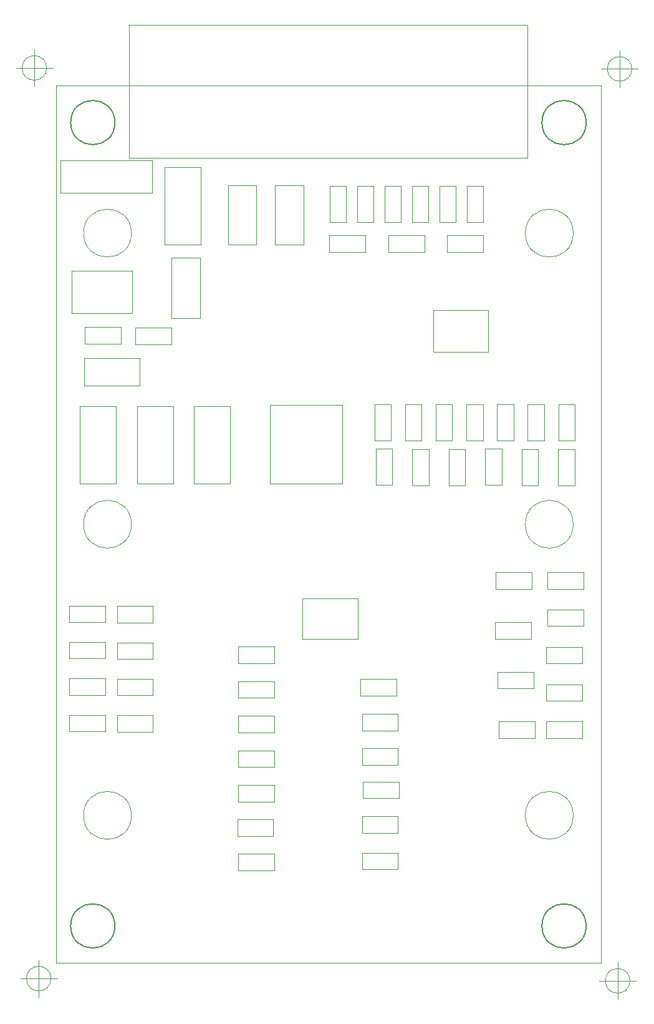
<source format=gbr>
G04 #@! TF.GenerationSoftware,KiCad,Pcbnew,(5.1.4)-1*
G04 #@! TF.CreationDate,2020-01-03T18:21:15+05:00*
G04 #@! TF.ProjectId,speeduino_ntv650,73706565-6475-4696-9e6f-5f6e74763635,rev?*
G04 #@! TF.SameCoordinates,Original*
G04 #@! TF.FileFunction,Other,User*
%FSLAX46Y46*%
G04 Gerber Fmt 4.6, Leading zero omitted, Abs format (unit mm)*
G04 Created by KiCad (PCBNEW (5.1.4)-1) date 2020-01-03 18:21:15*
%MOMM*%
%LPD*%
G04 APERTURE LIST*
%ADD10C,0.100000*%
%ADD11C,0.150000*%
%ADD12C,0.050000*%
G04 APERTURE END LIST*
D10*
X110806666Y-38620000D02*
G75*
G03X110806666Y-38620000I-1666666J0D01*
G01*
X106640000Y-38620000D02*
X111640000Y-38620000D01*
X109140000Y-36120000D02*
X109140000Y-41120000D01*
X190016666Y-162490000D02*
G75*
G03X190016666Y-162490000I-1666666J0D01*
G01*
X185850000Y-162490000D02*
X190850000Y-162490000D01*
X188350000Y-159990000D02*
X188350000Y-164990000D01*
D11*
X184070000Y-155040000D02*
G75*
G03X184070000Y-155040000I-3000000J0D01*
G01*
D10*
X190286666Y-38760000D02*
G75*
G03X190286666Y-38760000I-1666666J0D01*
G01*
X186120000Y-38760000D02*
X191120000Y-38760000D01*
X188620000Y-36260000D02*
X188620000Y-41260000D01*
X111396666Y-162190000D02*
G75*
G03X111396666Y-162190000I-1666666J0D01*
G01*
X107230000Y-162190000D02*
X112230000Y-162190000D01*
X109730000Y-159690000D02*
X109730000Y-164690000D01*
D11*
X120070000Y-155040000D02*
G75*
G03X120070000Y-155040000I-3000000J0D01*
G01*
X184070000Y-46040000D02*
G75*
G03X184070000Y-46040000I-3000000J0D01*
G01*
X120070000Y-46040000D02*
G75*
G03X120070000Y-46040000I-3000000J0D01*
G01*
D10*
X112070000Y-160040000D02*
X112070000Y-41040000D01*
X186070000Y-160040000D02*
X112070000Y-160040000D01*
X186070000Y-41040000D02*
X186070000Y-160040000D01*
X112070000Y-41040000D02*
X186070000Y-41040000D01*
D12*
X141840000Y-62590000D02*
X141840000Y-54590000D01*
X145680000Y-62590000D02*
X141840000Y-62590000D01*
X145680000Y-54590000D02*
X145680000Y-62590000D01*
X141840000Y-54590000D02*
X145680000Y-54590000D01*
X135440000Y-62560000D02*
X135440000Y-54560000D01*
X139280000Y-62560000D02*
X135440000Y-62560000D01*
X139280000Y-54560000D02*
X139280000Y-62560000D01*
X135440000Y-54560000D02*
X139280000Y-54560000D01*
X115900000Y-78020000D02*
X123400000Y-78020000D01*
X115900000Y-81720000D02*
X115900000Y-78020000D01*
X123400000Y-81720000D02*
X115900000Y-81720000D01*
X123400000Y-78020000D02*
X123400000Y-81720000D01*
X120880000Y-76020000D02*
X115980000Y-76020000D01*
X120880000Y-73780000D02*
X120880000Y-76020000D01*
X115980000Y-73780000D02*
X120880000Y-73780000D01*
X115980000Y-76020000D02*
X115980000Y-73780000D01*
X122830000Y-73880000D02*
X127730000Y-73880000D01*
X122830000Y-76120000D02*
X122830000Y-73880000D01*
X127730000Y-76120000D02*
X122830000Y-76120000D01*
X127730000Y-73880000D02*
X127730000Y-76120000D01*
X161732000Y-84310000D02*
X161732000Y-89210000D01*
X159492000Y-84310000D02*
X161732000Y-84310000D01*
X159492000Y-89210000D02*
X159492000Y-84310000D01*
X161732000Y-89210000D02*
X159492000Y-89210000D01*
X153625000Y-126310000D02*
X158525000Y-126310000D01*
X153625000Y-128550000D02*
X153625000Y-126310000D01*
X158525000Y-128550000D02*
X153625000Y-128550000D01*
X158525000Y-126310000D02*
X158525000Y-128550000D01*
X162698000Y-90360000D02*
X162698000Y-95260000D01*
X160458000Y-90360000D02*
X162698000Y-90360000D01*
X160458000Y-95260000D02*
X160458000Y-90360000D01*
X162698000Y-95260000D02*
X160458000Y-95260000D01*
X176910000Y-122810000D02*
X172010000Y-122810000D01*
X176910000Y-120570000D02*
X176910000Y-122810000D01*
X172010000Y-120570000D02*
X176910000Y-120570000D01*
X172010000Y-122810000D02*
X172010000Y-120570000D01*
X177078000Y-129550000D02*
X172178000Y-129550000D01*
X177078000Y-127310000D02*
X177078000Y-129550000D01*
X172178000Y-127310000D02*
X177078000Y-127310000D01*
X172178000Y-129550000D02*
X172178000Y-127310000D01*
X176138000Y-89210000D02*
X176138000Y-84310000D01*
X178378000Y-89210000D02*
X176138000Y-89210000D01*
X178378000Y-84310000D02*
X178378000Y-89210000D01*
X176138000Y-84310000D02*
X178378000Y-84310000D01*
X149192000Y-61360000D02*
X154092000Y-61360000D01*
X149192000Y-63600000D02*
X149192000Y-61360000D01*
X154092000Y-63600000D02*
X149192000Y-63600000D01*
X154092000Y-61360000D02*
X154092000Y-63600000D01*
X153625000Y-130960000D02*
X158525000Y-130960000D01*
X153625000Y-133200000D02*
X153625000Y-130960000D01*
X158525000Y-133200000D02*
X153625000Y-133200000D01*
X158525000Y-130960000D02*
X158525000Y-133200000D01*
X182510000Y-90360000D02*
X182510000Y-95260000D01*
X180270000Y-90360000D02*
X182510000Y-90360000D01*
X180270000Y-95260000D02*
X180270000Y-90360000D01*
X182510000Y-95260000D02*
X180270000Y-95260000D01*
X158525000Y-142430000D02*
X153625000Y-142430000D01*
X158525000Y-140190000D02*
X158525000Y-142430000D01*
X153625000Y-140190000D02*
X158525000Y-140190000D01*
X153625000Y-142430000D02*
X153625000Y-140190000D01*
X178618000Y-117185000D02*
X183518000Y-117185000D01*
X178618000Y-119425000D02*
X178618000Y-117185000D01*
X183518000Y-119425000D02*
X178618000Y-119425000D01*
X183518000Y-117185000D02*
X183518000Y-119425000D01*
X171977000Y-89210000D02*
X171977000Y-84310000D01*
X174217000Y-89210000D02*
X171977000Y-89210000D01*
X174217000Y-84310000D02*
X174217000Y-89210000D01*
X171977000Y-84310000D02*
X174217000Y-84310000D01*
X158525000Y-147350000D02*
X153625000Y-147350000D01*
X158525000Y-145110000D02*
X158525000Y-147350000D01*
X153625000Y-145110000D02*
X158525000Y-145110000D01*
X153625000Y-147350000D02*
X153625000Y-145110000D01*
X177572000Y-90360000D02*
X177572000Y-95260000D01*
X175332000Y-90360000D02*
X177572000Y-90360000D01*
X175332000Y-95260000D02*
X175332000Y-90360000D01*
X177572000Y-95260000D02*
X175332000Y-95260000D01*
X162106000Y-63600000D02*
X157206000Y-63600000D01*
X162106000Y-61360000D02*
X162106000Y-63600000D01*
X157206000Y-61360000D02*
X162106000Y-61360000D01*
X157206000Y-63600000D02*
X157206000Y-61360000D01*
X165220000Y-61360000D02*
X170120000Y-61360000D01*
X165220000Y-63600000D02*
X165220000Y-61360000D01*
X170120000Y-63600000D02*
X165220000Y-63600000D01*
X170120000Y-61360000D02*
X170120000Y-63600000D01*
X141600000Y-142843000D02*
X136700000Y-142843000D01*
X141600000Y-140603000D02*
X141600000Y-142843000D01*
X136700000Y-140603000D02*
X141600000Y-140603000D01*
X136700000Y-142843000D02*
X136700000Y-140603000D01*
X165396000Y-95260000D02*
X165396000Y-90360000D01*
X167636000Y-95260000D02*
X165396000Y-95260000D01*
X167636000Y-90360000D02*
X167636000Y-95260000D01*
X165396000Y-90360000D02*
X167636000Y-90360000D01*
X118800000Y-123710000D02*
X113900000Y-123710000D01*
X118800000Y-121470000D02*
X118800000Y-123710000D01*
X113900000Y-121470000D02*
X118800000Y-121470000D01*
X113900000Y-123710000D02*
X113900000Y-121470000D01*
X118800000Y-128650000D02*
X113900000Y-128650000D01*
X118800000Y-126410000D02*
X118800000Y-128650000D01*
X113900000Y-126410000D02*
X118800000Y-126410000D01*
X113900000Y-128650000D02*
X113900000Y-126410000D01*
X118800000Y-113830000D02*
X113900000Y-113830000D01*
X118800000Y-111590000D02*
X118800000Y-113830000D01*
X113900000Y-111590000D02*
X118800000Y-111590000D01*
X113900000Y-113830000D02*
X113900000Y-111590000D01*
X118800000Y-118770000D02*
X113900000Y-118770000D01*
X118800000Y-116530000D02*
X118800000Y-118770000D01*
X113900000Y-116530000D02*
X118800000Y-116530000D01*
X113900000Y-118770000D02*
X113900000Y-116530000D01*
X136800000Y-145270000D02*
X141700000Y-145270000D01*
X136800000Y-147510000D02*
X136800000Y-145270000D01*
X141700000Y-147510000D02*
X136800000Y-147510000D01*
X141700000Y-145270000D02*
X141700000Y-147510000D01*
X141700000Y-128783000D02*
X136800000Y-128783000D01*
X141700000Y-126543000D02*
X141700000Y-128783000D01*
X136800000Y-126543000D02*
X141700000Y-126543000D01*
X136800000Y-128783000D02*
X136800000Y-126543000D01*
X125250000Y-123760000D02*
X120350000Y-123760000D01*
X125250000Y-121520000D02*
X125250000Y-123760000D01*
X120350000Y-121520000D02*
X125250000Y-121520000D01*
X120350000Y-123760000D02*
X120350000Y-121520000D01*
X125250000Y-128700000D02*
X120350000Y-128700000D01*
X125250000Y-126460000D02*
X125250000Y-128700000D01*
X120350000Y-126460000D02*
X125250000Y-126460000D01*
X120350000Y-128700000D02*
X120350000Y-126460000D01*
X155490000Y-95160000D02*
X155490000Y-90260000D01*
X157730000Y-95160000D02*
X155490000Y-95160000D01*
X157730000Y-90260000D02*
X157730000Y-95160000D01*
X155490000Y-90260000D02*
X157730000Y-90260000D01*
X172604000Y-90260000D02*
X172604000Y-95160000D01*
X170364000Y-90260000D02*
X172604000Y-90260000D01*
X170364000Y-95160000D02*
X170364000Y-90260000D01*
X172604000Y-95160000D02*
X170364000Y-95160000D01*
X178618000Y-122248000D02*
X183518000Y-122248000D01*
X178618000Y-124488000D02*
X178618000Y-122248000D01*
X183518000Y-124488000D02*
X178618000Y-124488000D01*
X183518000Y-122248000D02*
X183518000Y-124488000D01*
X178618000Y-127310000D02*
X183518000Y-127310000D01*
X178618000Y-129550000D02*
X178618000Y-127310000D01*
X183518000Y-129550000D02*
X178618000Y-129550000D01*
X183518000Y-127310000D02*
X183518000Y-129550000D01*
X141700000Y-119390000D02*
X136800000Y-119390000D01*
X141700000Y-117150000D02*
X141700000Y-119390000D01*
X136800000Y-117150000D02*
X141700000Y-117150000D01*
X136800000Y-119390000D02*
X136800000Y-117150000D01*
X141700000Y-124087000D02*
X136800000Y-124087000D01*
X141700000Y-121847000D02*
X141700000Y-124087000D01*
X136800000Y-121847000D02*
X141700000Y-121847000D01*
X136800000Y-124087000D02*
X136800000Y-121847000D01*
X136800000Y-131240000D02*
X141700000Y-131240000D01*
X136800000Y-133480000D02*
X136800000Y-131240000D01*
X141700000Y-133480000D02*
X136800000Y-133480000D01*
X141700000Y-131240000D02*
X141700000Y-133480000D01*
X141700000Y-138177000D02*
X136800000Y-138177000D01*
X141700000Y-135937000D02*
X141700000Y-138177000D01*
X136800000Y-135937000D02*
X141700000Y-135937000D01*
X136800000Y-138177000D02*
X136800000Y-135937000D01*
X125250000Y-118820000D02*
X120350000Y-118820000D01*
X125250000Y-116580000D02*
X125250000Y-118820000D01*
X120350000Y-116580000D02*
X125250000Y-116580000D01*
X120350000Y-118820000D02*
X120350000Y-116580000D01*
X158350000Y-123800000D02*
X153450000Y-123800000D01*
X158350000Y-121560000D02*
X158350000Y-123800000D01*
X153450000Y-121560000D02*
X158350000Y-121560000D01*
X153450000Y-123800000D02*
X153450000Y-121560000D01*
X157570000Y-84310000D02*
X157570000Y-89210000D01*
X155330000Y-84310000D02*
X157570000Y-84310000D01*
X155330000Y-89210000D02*
X155330000Y-84310000D01*
X157570000Y-89210000D02*
X155330000Y-89210000D01*
X176632000Y-116070000D02*
X171732000Y-116070000D01*
X176632000Y-113830000D02*
X176632000Y-116070000D01*
X171732000Y-113830000D02*
X176632000Y-113830000D01*
X171732000Y-116070000D02*
X171732000Y-113830000D01*
X183710000Y-114362000D02*
X178810000Y-114362000D01*
X183710000Y-112122000D02*
X183710000Y-114362000D01*
X178810000Y-112122000D02*
X183710000Y-112122000D01*
X178810000Y-114362000D02*
X178810000Y-112122000D01*
X178810000Y-107060000D02*
X183710000Y-107060000D01*
X178810000Y-109300000D02*
X178810000Y-107060000D01*
X183710000Y-109300000D02*
X178810000Y-109300000D01*
X183710000Y-107060000D02*
X183710000Y-109300000D01*
X180300000Y-89210000D02*
X180300000Y-84310000D01*
X182540000Y-89210000D02*
X180300000Y-89210000D01*
X182540000Y-84310000D02*
X182540000Y-89210000D01*
X180300000Y-84310000D02*
X182540000Y-84310000D01*
X151480000Y-54682500D02*
X151480000Y-59582500D01*
X149240000Y-54682500D02*
X151480000Y-54682500D01*
X149240000Y-59582500D02*
X149240000Y-54682500D01*
X151480000Y-59582500D02*
X149240000Y-59582500D01*
X171810000Y-107090000D02*
X176710000Y-107090000D01*
X171810000Y-109330000D02*
X171810000Y-107090000D01*
X176710000Y-109330000D02*
X171810000Y-109330000D01*
X176710000Y-107090000D02*
X176710000Y-109330000D01*
X158625000Y-137740000D02*
X153725000Y-137740000D01*
X158625000Y-135500000D02*
X158625000Y-137740000D01*
X153725000Y-135500000D02*
X158625000Y-135500000D01*
X153725000Y-137740000D02*
X153725000Y-135500000D01*
X155208000Y-54682500D02*
X155208000Y-59582500D01*
X152968000Y-54682500D02*
X155208000Y-54682500D01*
X152968000Y-59582500D02*
X152968000Y-54682500D01*
X155208000Y-59582500D02*
X152968000Y-59582500D01*
X160424000Y-59582500D02*
X160424000Y-54682500D01*
X162664000Y-59582500D02*
X160424000Y-59582500D01*
X162664000Y-54682500D02*
X162664000Y-59582500D01*
X160424000Y-54682500D02*
X162664000Y-54682500D01*
X156696000Y-59582500D02*
X156696000Y-54682500D01*
X158936000Y-59582500D02*
X156696000Y-59582500D01*
X158936000Y-54682500D02*
X158936000Y-59582500D01*
X156696000Y-54682500D02*
X158936000Y-54682500D01*
X164152000Y-59582500D02*
X164152000Y-54682500D01*
X166392000Y-59582500D02*
X164152000Y-59582500D01*
X166392000Y-54682500D02*
X166392000Y-59582500D01*
X164152000Y-54682500D02*
X166392000Y-54682500D01*
X167880000Y-59582500D02*
X167880000Y-54682500D01*
X170120000Y-59582500D02*
X167880000Y-59582500D01*
X170120000Y-54682500D02*
X170120000Y-59582500D01*
X167880000Y-54682500D02*
X170120000Y-54682500D01*
X163653000Y-89210000D02*
X163653000Y-84310000D01*
X165893000Y-89210000D02*
X163653000Y-89210000D01*
X165893000Y-84310000D02*
X165893000Y-89210000D01*
X163653000Y-84310000D02*
X165893000Y-84310000D01*
X167815000Y-89210000D02*
X167815000Y-84310000D01*
X170055000Y-89210000D02*
X167815000Y-89210000D01*
X170055000Y-84310000D02*
X170055000Y-89210000D01*
X167815000Y-84310000D02*
X170055000Y-84310000D01*
X125250000Y-113880000D02*
X120350000Y-113880000D01*
X125250000Y-111640000D02*
X125250000Y-113880000D01*
X120350000Y-111640000D02*
X125250000Y-111640000D01*
X120350000Y-113880000D02*
X120350000Y-111640000D01*
X122410000Y-66170000D02*
X114190000Y-66170000D01*
X122410000Y-71890000D02*
X122410000Y-66170000D01*
X114190000Y-71890000D02*
X122410000Y-71890000D01*
X114190000Y-66170000D02*
X114190000Y-71890000D01*
X125160000Y-51170000D02*
X112660000Y-51170000D01*
X125160000Y-55570000D02*
X112660000Y-55570000D01*
X112660000Y-55570000D02*
X112660000Y-51170000D01*
X125160000Y-55570000D02*
X125160000Y-51170000D01*
X182320000Y-100540000D02*
G75*
G03X182320000Y-100540000I-3250000J0D01*
G01*
X122320000Y-100540000D02*
G75*
G03X122320000Y-100540000I-3250000J0D01*
G01*
X182320000Y-140040000D02*
G75*
G03X182320000Y-140040000I-3250000J0D01*
G01*
X182320000Y-61040000D02*
G75*
G03X182320000Y-61040000I-3250000J0D01*
G01*
X122320000Y-61040000D02*
G75*
G03X122320000Y-61040000I-3250000J0D01*
G01*
X122320000Y-140040000D02*
G75*
G03X122320000Y-140040000I-3250000J0D01*
G01*
X121970000Y-50860000D02*
X176120000Y-50860000D01*
X121970000Y-32760000D02*
X121970000Y-50860000D01*
X176120000Y-32760000D02*
X121970000Y-32760000D01*
X176120000Y-50860000D02*
X176120000Y-32760000D01*
X150940000Y-95060000D02*
X150940000Y-84360000D01*
X150940000Y-84360000D02*
X141140000Y-84360000D01*
X141140000Y-84360000D02*
X141140000Y-95060000D01*
X141140000Y-95060000D02*
X150940000Y-95060000D01*
X163340000Y-71510000D02*
X163340000Y-77160000D01*
X170740000Y-71510000D02*
X170740000Y-77160000D01*
X163340000Y-71510000D02*
X170740000Y-71510000D01*
X163340000Y-77160000D02*
X170740000Y-77160000D01*
X131640000Y-64410000D02*
X127740000Y-64410000D01*
X127740000Y-64410000D02*
X127740000Y-72610000D01*
X127740000Y-72610000D02*
X131640000Y-72610000D01*
X131640000Y-72610000D02*
X131640000Y-64410000D01*
X131710000Y-62630000D02*
X131710000Y-52130000D01*
X126800000Y-62630000D02*
X131710000Y-62630000D01*
X126800000Y-52130000D02*
X126800000Y-62630000D01*
X131710000Y-52130000D02*
X126800000Y-52130000D01*
X135700000Y-95060000D02*
X135700000Y-84560000D01*
X130790000Y-95060000D02*
X135700000Y-95060000D01*
X130790000Y-84560000D02*
X130790000Y-95060000D01*
X135700000Y-84560000D02*
X130790000Y-84560000D01*
X127980000Y-95060000D02*
X127980000Y-84560000D01*
X123070000Y-95060000D02*
X127980000Y-95060000D01*
X123070000Y-84560000D02*
X123070000Y-95060000D01*
X127980000Y-84560000D02*
X123070000Y-84560000D01*
X120220000Y-95060000D02*
X120220000Y-84560000D01*
X115310000Y-95060000D02*
X120220000Y-95060000D01*
X115310000Y-84560000D02*
X115310000Y-95060000D01*
X120220000Y-84560000D02*
X115310000Y-84560000D01*
X145552000Y-116108000D02*
X153052000Y-116108000D01*
X145552000Y-110608000D02*
X153052000Y-110608000D01*
X153052000Y-110608000D02*
X153052000Y-116108000D01*
X145552000Y-110608000D02*
X145552000Y-116108000D01*
M02*

</source>
